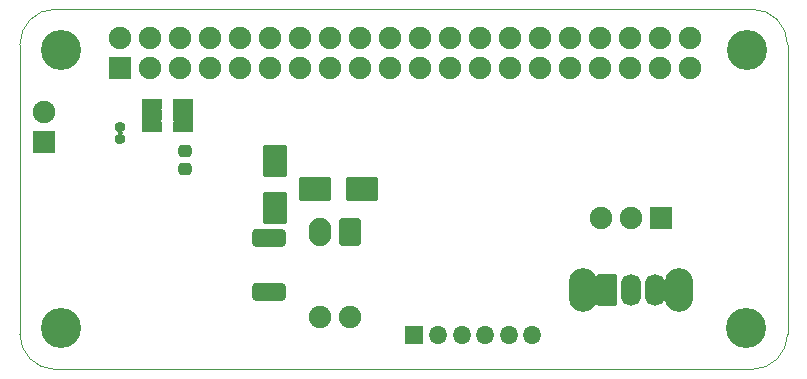
<source format=gbr>
G04 #@! TF.GenerationSoftware,KiCad,Pcbnew,6.0.2-378541a8eb~116~ubuntu20.04.1*
G04 #@! TF.CreationDate,2022-02-27T20:25:46+11:00*
G04 #@! TF.ProjectId,PiConnectLite,5069436f-6e6e-4656-9374-4c6974652e6b,rev?*
G04 #@! TF.SameCoordinates,Original*
G04 #@! TF.FileFunction,Soldermask,Bot*
G04 #@! TF.FilePolarity,Negative*
%FSLAX46Y46*%
G04 Gerber Fmt 4.6, Leading zero omitted, Abs format (unit mm)*
G04 Created by KiCad (PCBNEW 6.0.2-378541a8eb~116~ubuntu20.04.1) date 2022-02-27 20:25:46*
%MOMM*%
%LPD*%
G01*
G04 APERTURE LIST*
G04 Aperture macros list*
%AMRoundRect*
0 Rectangle with rounded corners*
0 $1 Rounding radius*
0 $2 $3 $4 $5 $6 $7 $8 $9 X,Y pos of 4 corners*
0 Add a 4 corners polygon primitive as box body*
4,1,4,$2,$3,$4,$5,$6,$7,$8,$9,$2,$3,0*
0 Add four circle primitives for the rounded corners*
1,1,$1+$1,$2,$3*
1,1,$1+$1,$4,$5*
1,1,$1+$1,$6,$7*
1,1,$1+$1,$8,$9*
0 Add four rect primitives between the rounded corners*
20,1,$1+$1,$2,$3,$4,$5,0*
20,1,$1+$1,$4,$5,$6,$7,0*
20,1,$1+$1,$6,$7,$8,$9,0*
20,1,$1+$1,$8,$9,$2,$3,0*%
G04 Aperture macros list end*
G04 #@! TA.AperFunction,Profile*
%ADD10C,0.100000*%
G04 #@! TD*
%ADD11C,3.400000*%
%ADD12C,1.900000*%
%ADD13RoundRect,0.350000X-0.600000X0.850000X-0.600000X-0.850000X0.600000X-0.850000X0.600000X0.850000X0*%
%ADD14O,1.900000X2.400000*%
%ADD15O,2.400000X3.700000*%
%ADD16RoundRect,0.100000X-0.750000X-1.250000X0.750000X-1.250000X0.750000X1.250000X-0.750000X1.250000X0*%
%ADD17O,1.700000X2.700000*%
%ADD18RoundRect,0.100000X-0.850000X0.850000X-0.850000X-0.850000X0.850000X-0.850000X0.850000X0.850000X0*%
%ADD19O,1.900000X1.900000*%
%ADD20RoundRect,0.100000X0.850000X0.850000X-0.850000X0.850000X-0.850000X-0.850000X0.850000X-0.850000X0*%
%ADD21RoundRect,0.100000X0.780000X0.325000X-0.780000X0.325000X-0.780000X-0.325000X0.780000X-0.325000X0*%
%ADD22RoundRect,0.318750X0.256250X-0.218750X0.256250X0.218750X-0.256250X0.218750X-0.256250X-0.218750X0*%
%ADD23RoundRect,0.247500X0.172500X-0.147500X0.172500X0.147500X-0.172500X0.147500X-0.172500X-0.147500X0*%
%ADD24RoundRect,0.349999X1.075001X-0.425001X1.075001X0.425001X-1.075001X0.425001X-1.075001X-0.425001X0*%
%ADD25RoundRect,0.100000X-1.250000X-0.900000X1.250000X-0.900000X1.250000X0.900000X-1.250000X0.900000X0*%
%ADD26RoundRect,0.100000X-0.900000X1.250000X-0.900000X-1.250000X0.900000X-1.250000X0.900000X1.250000X0*%
%ADD27RoundRect,0.100000X-0.675000X0.675000X-0.675000X-0.675000X0.675000X-0.675000X0.675000X0.675000X0*%
%ADD28O,1.550000X1.550000*%
G04 APERTURE END LIST*
D10*
X117500000Y-91000000D02*
X140500000Y-91000000D01*
X143500000Y-63500000D02*
G75*
G03*
X140500000Y-60500000I-3000001J-1D01*
G01*
X143500000Y-68000000D02*
X143500000Y-66500000D01*
X143500000Y-74000000D02*
X143500000Y-68000000D01*
X143500000Y-66500000D02*
X143500000Y-63500000D01*
X140500000Y-91000001D02*
G75*
G03*
X143499995Y-88005236I-2J3000002D01*
G01*
X78500000Y-63500000D02*
X78500000Y-88000000D01*
X81500000Y-60500000D02*
G75*
G03*
X78500000Y-63500000I1J-3000001D01*
G01*
X143499995Y-88005236D02*
X143500000Y-74000000D01*
X140500000Y-60500000D02*
X81500000Y-60500000D01*
X78500000Y-88000000D02*
G75*
G03*
X81500000Y-91000000I3000001J1D01*
G01*
X81500000Y-91000000D02*
X117500000Y-91000000D01*
X117500000Y-91000000D02*
X140500000Y-91000000D01*
X143500000Y-63500000D02*
G75*
G03*
X140500000Y-60500000I-3000001J-1D01*
G01*
X143500000Y-68000000D02*
X143500000Y-66500000D01*
X143500000Y-74000000D02*
X143500000Y-68000000D01*
X143500000Y-66500000D02*
X143500000Y-63500000D01*
X140500000Y-91000001D02*
G75*
G03*
X143499995Y-88005236I-2J3000002D01*
G01*
X78500000Y-63500000D02*
X78500000Y-88000000D01*
X81500000Y-60500000D02*
G75*
G03*
X78500000Y-63500000I1J-3000001D01*
G01*
X143499995Y-88005236D02*
X143500000Y-74000000D01*
X140500000Y-60500000D02*
X81500000Y-60500000D01*
X78500000Y-88000000D02*
G75*
G03*
X81500000Y-91000000I3000001J1D01*
G01*
X81500000Y-91000000D02*
X117500000Y-91000000D01*
D11*
X82000000Y-64000000D03*
X140040000Y-64000000D03*
X82000000Y-87500000D03*
X140000000Y-87500000D03*
D12*
X106450000Y-86530000D03*
X103950000Y-86530000D03*
D13*
X106450000Y-79350000D03*
D14*
X103950000Y-79350000D03*
D15*
X126150000Y-84300000D03*
X134350000Y-84300000D03*
D16*
X128250000Y-84300000D03*
D17*
X130250000Y-84300000D03*
X132250000Y-84300000D03*
D18*
X132825000Y-78200000D03*
D19*
X130285000Y-78200000D03*
X127745000Y-78200000D03*
D20*
X80550000Y-71770000D03*
D19*
X80550000Y-69230000D03*
D18*
X87000000Y-65500000D03*
D19*
X87000000Y-62960000D03*
X89540000Y-65500000D03*
X89540000Y-62960000D03*
X92080000Y-65500000D03*
X92080000Y-62960000D03*
X94620000Y-65500000D03*
X94620000Y-62960000D03*
X97160000Y-65500000D03*
X97160000Y-62960000D03*
X99700000Y-65500000D03*
X99700000Y-62960000D03*
X102240000Y-65500000D03*
X102240000Y-62960000D03*
X104780000Y-65500000D03*
X104780000Y-62960000D03*
X107320000Y-65500000D03*
X107320000Y-62960000D03*
X109860000Y-65500000D03*
X109860000Y-62960000D03*
X112400000Y-65500000D03*
X112400000Y-62960000D03*
X114940000Y-65500000D03*
X114940000Y-62960000D03*
X117480000Y-65500000D03*
X117480000Y-62960000D03*
X120020000Y-65500000D03*
X120020000Y-62960000D03*
X122560000Y-65500000D03*
X122560000Y-62960000D03*
X125100000Y-65500000D03*
X125100000Y-62960000D03*
X127640000Y-65500000D03*
X127640000Y-62960000D03*
X130180000Y-65500000D03*
X130180000Y-62960000D03*
X132720000Y-65500000D03*
X132720000Y-62960000D03*
X135260000Y-65500000D03*
X135260000Y-62960000D03*
D21*
X92350000Y-68550000D03*
X92350000Y-69500000D03*
X92350000Y-70450000D03*
X89650000Y-70450000D03*
X89650000Y-69500000D03*
X89650000Y-68550000D03*
D22*
X92500000Y-74049500D03*
X92500000Y-72474500D03*
D23*
X87000000Y-71485000D03*
X87000000Y-70515000D03*
D24*
X99630000Y-84410000D03*
X99630000Y-79910000D03*
D25*
X103480000Y-75740000D03*
X107480000Y-75740000D03*
D26*
X100100000Y-73320000D03*
X100100000Y-77320000D03*
D27*
X111900000Y-88100000D03*
D28*
X113900000Y-88100000D03*
X115900000Y-88100000D03*
X117900000Y-88100000D03*
X119900000Y-88100000D03*
X121900000Y-88100000D03*
G36*
X127408181Y-83017003D02*
G01*
X127408349Y-83018278D01*
X127402000Y-83050199D01*
X127402000Y-85549801D01*
X127408349Y-85581722D01*
X127407706Y-85583616D01*
X127405744Y-85584006D01*
X127404724Y-85583223D01*
X127395119Y-85568847D01*
X127394525Y-85568886D01*
X127393638Y-85568019D01*
X127378105Y-85538327D01*
X127317919Y-85504056D01*
X127248789Y-85507763D01*
X127188720Y-85553386D01*
X127173948Y-85574483D01*
X127172136Y-85575328D01*
X127170497Y-85574181D01*
X127170540Y-85572405D01*
X127256799Y-85408452D01*
X127321813Y-85199076D01*
X127347590Y-84981284D01*
X127348000Y-84949974D01*
X127348000Y-83650096D01*
X127327931Y-83431682D01*
X127268422Y-83220679D01*
X127179524Y-83040414D01*
X127179655Y-83038418D01*
X127181449Y-83037533D01*
X127182956Y-83038382D01*
X127188736Y-83046636D01*
X127243069Y-83090067D01*
X127311959Y-83097197D01*
X127373744Y-83065964D01*
X127392910Y-83031435D01*
X127394625Y-83030406D01*
X127395455Y-83030650D01*
X127404724Y-83016777D01*
X127406518Y-83015892D01*
X127408181Y-83017003D01*
G37*
G36*
X132939361Y-83302749D02*
G01*
X132948966Y-83313956D01*
X132949196Y-83314288D01*
X132971059Y-83353731D01*
X133020555Y-83402601D01*
X133088323Y-83416893D01*
X133153058Y-83392280D01*
X133194014Y-83336840D01*
X133195848Y-83336041D01*
X133197456Y-83337229D01*
X133197533Y-83338621D01*
X133178187Y-83400924D01*
X133152410Y-83618716D01*
X133152000Y-83650026D01*
X133152000Y-84949904D01*
X133172069Y-85168318D01*
X133228048Y-85366807D01*
X133227556Y-85368746D01*
X133225631Y-85369288D01*
X133224310Y-85368195D01*
X133221004Y-85361104D01*
X133220885Y-85360777D01*
X133198025Y-85275461D01*
X133161823Y-85216067D01*
X133099526Y-85185806D01*
X133030749Y-85194028D01*
X132982265Y-85233417D01*
X132980290Y-85233733D01*
X132979029Y-85232181D01*
X132979191Y-85231020D01*
X133052748Y-85073277D01*
X133092715Y-84894473D01*
X133098000Y-84799942D01*
X133098000Y-83800106D01*
X133078207Y-83617910D01*
X133019783Y-83444307D01*
X132936128Y-83305081D01*
X132936093Y-83303081D01*
X132937807Y-83302051D01*
X132939361Y-83302749D01*
G37*
G36*
X87259569Y-70891661D02*
G01*
X87259959Y-70893623D01*
X87259417Y-70894454D01*
X87213569Y-70936486D01*
X87195925Y-71003461D01*
X87217300Y-71069367D01*
X87258994Y-71105432D01*
X87259650Y-71107322D01*
X87258342Y-71108834D01*
X87257296Y-71108907D01*
X87172301Y-71092000D01*
X86827699Y-71092000D01*
X86742325Y-71108982D01*
X86740431Y-71108339D01*
X86740041Y-71106377D01*
X86740583Y-71105546D01*
X86786431Y-71063514D01*
X86804075Y-70996539D01*
X86782700Y-70930633D01*
X86741006Y-70894568D01*
X86740350Y-70892678D01*
X86741658Y-70891166D01*
X86742704Y-70891093D01*
X86827699Y-70908000D01*
X87172301Y-70908000D01*
X87257675Y-70891018D01*
X87259569Y-70891661D01*
G37*
G36*
X91505621Y-69897536D02*
G01*
X91532511Y-69915503D01*
X91570199Y-69923000D01*
X93129801Y-69923000D01*
X93167489Y-69915503D01*
X93194379Y-69897536D01*
X93196375Y-69897405D01*
X93197486Y-69899068D01*
X93197153Y-69900310D01*
X93193068Y-69906425D01*
X93172288Y-69972788D01*
X93193077Y-70043589D01*
X93197153Y-70049690D01*
X93197284Y-70051686D01*
X93195621Y-70052797D01*
X93194379Y-70052464D01*
X93167489Y-70034497D01*
X93129801Y-70027000D01*
X91570199Y-70027000D01*
X91532511Y-70034497D01*
X91505621Y-70052464D01*
X91503625Y-70052595D01*
X91502514Y-70050932D01*
X91502847Y-70049690D01*
X91506932Y-70043575D01*
X91527712Y-69977212D01*
X91506923Y-69906411D01*
X91502847Y-69900310D01*
X91502716Y-69898314D01*
X91504379Y-69897203D01*
X91505621Y-69897536D01*
G37*
G36*
X88805621Y-69897536D02*
G01*
X88832511Y-69915503D01*
X88870199Y-69923000D01*
X90429801Y-69923000D01*
X90467489Y-69915503D01*
X90494379Y-69897536D01*
X90496375Y-69897405D01*
X90497486Y-69899068D01*
X90497153Y-69900310D01*
X90493068Y-69906425D01*
X90472288Y-69972788D01*
X90493077Y-70043589D01*
X90497153Y-70049690D01*
X90497284Y-70051686D01*
X90495621Y-70052797D01*
X90494379Y-70052464D01*
X90467489Y-70034497D01*
X90429801Y-70027000D01*
X88870199Y-70027000D01*
X88832511Y-70034497D01*
X88805621Y-70052464D01*
X88803625Y-70052595D01*
X88802514Y-70050932D01*
X88802847Y-70049690D01*
X88806932Y-70043575D01*
X88827712Y-69977212D01*
X88806923Y-69906411D01*
X88802847Y-69900310D01*
X88802716Y-69898314D01*
X88804379Y-69897203D01*
X88805621Y-69897536D01*
G37*
G36*
X88805621Y-68947536D02*
G01*
X88832511Y-68965503D01*
X88870199Y-68973000D01*
X90429801Y-68973000D01*
X90467489Y-68965503D01*
X90494379Y-68947536D01*
X90496375Y-68947405D01*
X90497486Y-68949068D01*
X90497153Y-68950310D01*
X90493068Y-68956425D01*
X90472288Y-69022788D01*
X90493077Y-69093589D01*
X90497153Y-69099690D01*
X90497284Y-69101686D01*
X90495621Y-69102797D01*
X90494379Y-69102464D01*
X90467489Y-69084497D01*
X90429801Y-69077000D01*
X88870199Y-69077000D01*
X88832511Y-69084497D01*
X88805621Y-69102464D01*
X88803625Y-69102595D01*
X88802514Y-69100932D01*
X88802847Y-69099690D01*
X88806932Y-69093575D01*
X88827712Y-69027212D01*
X88806923Y-68956411D01*
X88802847Y-68950310D01*
X88802716Y-68948314D01*
X88804379Y-68947203D01*
X88805621Y-68947536D01*
G37*
G36*
X91505621Y-68947536D02*
G01*
X91532511Y-68965503D01*
X91570199Y-68973000D01*
X93129801Y-68973000D01*
X93167489Y-68965503D01*
X93194379Y-68947536D01*
X93196375Y-68947405D01*
X93197486Y-68949068D01*
X93197153Y-68950310D01*
X93193068Y-68956425D01*
X93172288Y-69022788D01*
X93193077Y-69093589D01*
X93197153Y-69099690D01*
X93197284Y-69101686D01*
X93195621Y-69102797D01*
X93194379Y-69102464D01*
X93167489Y-69084497D01*
X93129801Y-69077000D01*
X91570199Y-69077000D01*
X91532511Y-69084497D01*
X91505621Y-69102464D01*
X91503625Y-69102595D01*
X91502514Y-69100932D01*
X91502847Y-69099690D01*
X91506932Y-69093575D01*
X91527712Y-69027212D01*
X91506923Y-68956411D01*
X91502847Y-68950310D01*
X91502716Y-68948314D01*
X91504379Y-68947203D01*
X91505621Y-68947536D01*
G37*
M02*

</source>
